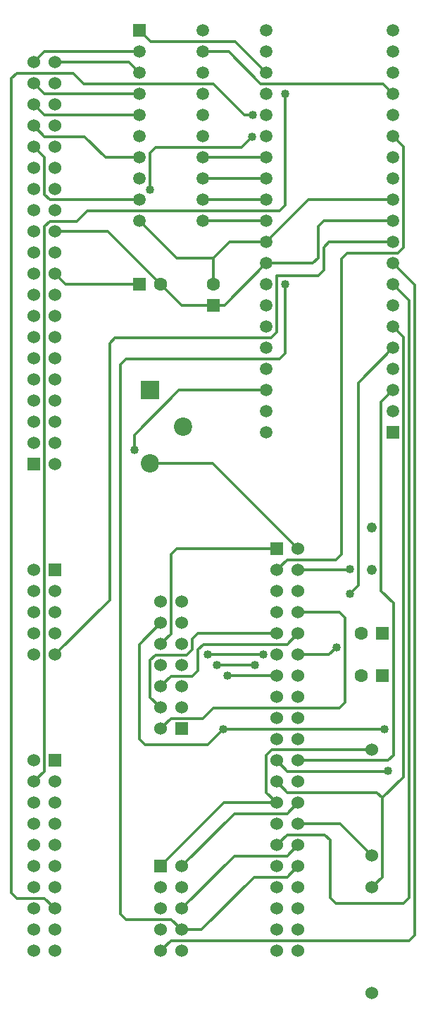
<source format=gbr>
G04 DipTrace 2.3.1.0*
%INVDG_Top.gbr*%
%MOIN*%
%ADD13C,0.013*%
%ADD14R,0.0591X0.0591*%
%ADD15C,0.0591*%
%ADD16C,0.06*%
%ADD17R,0.06X0.06*%
%ADD18C,0.048*%
%ADD19C,0.063*%
%ADD20R,0.063X0.063*%
%ADD21C,0.06*%
%ADD22R,0.0866X0.0866*%
%ADD23C,0.0866*%
%ADD24C,0.04*%
%FSLAX44Y44*%
G04*
G70*
G90*
G75*
G01*
%LNTop*%
%LPD*%
X5437Y49937D2*
D13*
X5937Y50437D1*
X10437D1*
X6437Y49937D2*
X9937D1*
X10437Y49437D1*
X5437Y48937D2*
X5937Y48437D1*
X10437D1*
X5437Y47937D2*
X5937Y47437D1*
X10437D1*
X5437Y46937D2*
X5942Y46432D1*
X7838D1*
X8833Y45437D1*
X10437D1*
X5437Y45937D2*
X5932Y45442D1*
Y43697D1*
X6192Y43437D1*
X10437D1*
X16293Y21941D2*
X13662D1*
X19769Y22298D2*
X19407Y21937D1*
X17937D1*
X14604Y20967D2*
X14634Y20937D1*
X16937D1*
X15904Y21454D2*
X14085D1*
X16437Y45437D2*
X13429D1*
X16437Y44437D2*
X14439D1*
X13429D1*
X16437Y43437D2*
X14439D1*
X13429D1*
X16437Y42437D2*
X13429D1*
Y50437D2*
X14656D1*
X16166Y48927D1*
X21947D1*
X22437Y48437D1*
X10437Y51437D2*
X10947Y50927D1*
X14947D1*
X16437Y49437D1*
X10937Y30996D2*
X13878D1*
X17937Y26937D1*
X12437Y11937D2*
X14932Y14432D1*
X17432D1*
X17937Y14937D1*
X10437Y42437D2*
X12187Y40687D1*
X13937D1*
X14687Y41437D1*
X16437D1*
X10437Y39437D2*
X6937D1*
X6437Y39937D1*
X13937Y40687D2*
Y39437D1*
X16437Y41437D2*
X18437Y43437D1*
X22437D1*
X11437Y22437D2*
X11932Y22932D1*
Y26677D1*
X12192Y26937D1*
X16937D1*
X21437Y17437D2*
X16702D1*
X16442Y17177D1*
Y15432D1*
X16937Y14937D1*
X22437Y42437D2*
X19146D1*
X18886Y42177D1*
Y40697D1*
X18626Y40437D1*
X16437D1*
X16937Y14937D2*
X14437D1*
X11437Y11937D1*
Y39437D2*
X8937Y41937D1*
X6437D1*
X13937Y38437D2*
X12437D1*
X11437Y39437D1*
X16437Y40437D2*
X14447Y38447D1*
Y38437D1*
X13937D1*
X6437Y21937D2*
X9013Y24513D1*
Y36667D1*
X9272Y36927D1*
X16667D1*
X16927Y37187D1*
Y39843D1*
X18886D1*
X19146Y40103D1*
Y41177D1*
X19406Y41437D1*
X22437D1*
X17333Y48445D2*
Y43187D1*
X17073Y42927D1*
X7971D1*
X7476Y42432D1*
X6192D1*
X5932Y42172D1*
Y16432D1*
X5437Y15937D1*
X15806Y47438D2*
X15408D1*
X13919Y48927D1*
X7805D1*
X7301Y49432D1*
X4632D1*
X4372Y49172D1*
Y10692D1*
X4632Y10432D1*
X5942D1*
X6437Y9937D1*
X22437Y46437D2*
X22927Y45947D1*
Y41187D1*
X22667Y40927D1*
X20261D1*
X20001Y40667D1*
Y26692D1*
X19741Y26432D1*
X17432D1*
X16937Y25937D1*
X20386Y25969D2*
X20354Y25937D1*
X17937D1*
X11437Y18437D2*
X11932Y18932D1*
X13440D1*
X13940Y19432D1*
X19904D1*
X20164Y19692D1*
Y23677D1*
X19904Y23937D1*
X17937D1*
X10187Y31620D2*
Y32315D1*
X12309Y34437D1*
X16437D1*
X16937Y22937D2*
X13192D1*
X12932Y22677D1*
Y22192D1*
X12672Y21932D1*
X11202D1*
X10942Y21672D1*
Y19932D1*
X11437Y19437D1*
X17937Y22937D2*
X17432Y22432D1*
X13452D1*
X13192Y22172D1*
Y21192D1*
X12932Y20932D1*
X11932D1*
X11437Y20437D1*
X22437Y34437D2*
X21872Y33872D1*
Y24967D1*
X22447Y24392D1*
Y17197D1*
X22187Y16937D1*
X17937D1*
X22205Y16452D2*
X22185Y16432D1*
X17442D1*
X16937Y16937D1*
X20386Y24832D2*
X20781Y25227D1*
Y34781D1*
X22437Y36437D1*
X16937Y15937D2*
X17442Y15432D1*
X21672D1*
X21932Y15172D1*
X22927Y16167D1*
Y36947D1*
X22437Y37437D1*
X21932Y15172D2*
Y11432D1*
X21437Y10937D1*
X22042Y18433D2*
X14409D1*
X17937Y13937D2*
X19937D1*
X21437Y12437D1*
X14409Y18433D2*
X13659Y17682D1*
X10682D1*
X10422Y17942D1*
Y22422D1*
X11437Y23437D1*
X16937Y12937D2*
X17432Y13432D1*
X19191D1*
X19451Y13172D1*
Y10442D1*
X19710Y10182D1*
X22927D1*
X23187Y10442D1*
Y38687D1*
X22437Y39437D1*
X11437Y7937D2*
X11932Y8432D1*
X23187D1*
X23447Y8692D1*
Y39427D1*
X22437Y40437D1*
X17937Y12937D2*
X17432Y12432D1*
X14932D1*
X12437Y9937D1*
X17937Y11937D2*
X17432Y11432D1*
X15847D1*
X13352Y8937D1*
X12437D1*
X11942Y9432D1*
X9792D1*
X9532Y9692D1*
Y35667D1*
X9792Y35927D1*
X17073D1*
X17333Y36187D1*
Y39448D1*
X15774Y46431D2*
X15270Y45927D1*
X11187D1*
X10927Y45667D1*
Y43937D1*
D24*
X13662Y21941D3*
X16293D3*
X19769Y22298D3*
X14604Y20967D3*
X14085Y21454D3*
X15904D3*
X17333Y48445D3*
X15806Y47438D3*
X20386Y25969D3*
X10187Y31620D3*
X22205Y16452D3*
X20386Y24832D3*
X22042Y18433D3*
X14409D3*
X17333Y39448D3*
X10934Y43930D3*
X15774Y46431D3*
D14*
X22437Y32437D3*
D15*
Y33437D3*
Y34437D3*
Y35437D3*
Y36437D3*
Y37437D3*
Y38437D3*
Y39437D3*
Y40437D3*
Y41437D3*
Y42437D3*
Y43437D3*
Y44437D3*
Y45437D3*
Y46437D3*
Y47437D3*
Y48437D3*
Y49437D3*
Y50437D3*
Y51437D3*
X16437D3*
Y50437D3*
Y49437D3*
Y48437D3*
Y47437D3*
Y46437D3*
Y45437D3*
Y44437D3*
Y43437D3*
Y42437D3*
Y41437D3*
Y40437D3*
Y39437D3*
Y38437D3*
Y37437D3*
Y36437D3*
Y35437D3*
Y34437D3*
Y33437D3*
Y32437D3*
D14*
X10437Y51437D3*
D15*
Y50437D3*
Y49437D3*
Y48437D3*
Y47437D3*
Y46437D3*
Y45437D3*
Y44437D3*
Y43437D3*
Y42437D3*
X13429Y51437D3*
Y50437D3*
Y49437D3*
Y48437D3*
Y47437D3*
Y46437D3*
Y45437D3*
Y44437D3*
Y43437D3*
Y42437D3*
D16*
X16937Y7937D3*
Y8937D3*
Y9937D3*
Y10937D3*
Y11937D3*
Y12937D3*
Y13937D3*
Y14937D3*
Y15937D3*
Y16937D3*
Y17937D3*
Y18937D3*
Y19937D3*
Y20937D3*
Y21937D3*
Y22937D3*
Y23937D3*
Y24937D3*
Y25937D3*
D17*
Y26937D3*
D16*
X17937D3*
Y25937D3*
Y24937D3*
Y23937D3*
Y22937D3*
Y21937D3*
Y20937D3*
Y19937D3*
Y18937D3*
Y17937D3*
Y16937D3*
Y15937D3*
Y14937D3*
Y13937D3*
Y12937D3*
Y11937D3*
Y10937D3*
Y9937D3*
Y8937D3*
Y7937D3*
X5437Y49937D3*
Y48937D3*
Y47937D3*
Y46937D3*
Y45937D3*
Y44937D3*
Y43937D3*
Y42937D3*
Y41937D3*
Y40937D3*
Y39937D3*
Y38937D3*
Y37937D3*
Y36937D3*
Y35937D3*
Y34937D3*
Y33937D3*
Y32937D3*
Y31937D3*
D17*
Y30937D3*
D16*
X6437D3*
Y31937D3*
Y32937D3*
Y33937D3*
Y34937D3*
Y35937D3*
Y36937D3*
Y37937D3*
Y38937D3*
Y39937D3*
Y40937D3*
Y41937D3*
Y42937D3*
Y43937D3*
Y44937D3*
Y45937D3*
Y46937D3*
Y47937D3*
Y48937D3*
Y49937D3*
X5437Y21937D3*
X6437D3*
Y22937D3*
X5437D3*
X6437Y23937D3*
X5437D3*
X6437Y24937D3*
X5437D3*
Y25937D3*
D17*
X6437D3*
Y16937D3*
D16*
Y15937D3*
Y14937D3*
Y13937D3*
Y12937D3*
Y11937D3*
Y10937D3*
Y9937D3*
Y8937D3*
Y7937D3*
X5437D3*
Y8937D3*
Y9937D3*
Y10937D3*
Y11937D3*
Y12937D3*
Y13937D3*
Y14937D3*
Y15937D3*
Y16937D3*
D18*
X21437Y27937D3*
Y25937D3*
D19*
X20937Y20937D3*
D20*
X21937D3*
D19*
X20937Y22937D3*
D20*
X21937D3*
D19*
X11437Y39437D3*
D20*
X10437D3*
D19*
X13937D3*
D20*
Y38437D3*
D17*
X12437Y18437D3*
D16*
Y19437D3*
Y20437D3*
Y21437D3*
Y22437D3*
Y23437D3*
Y24437D3*
X11437D3*
Y23437D3*
Y22437D3*
Y21437D3*
Y20437D3*
Y19437D3*
Y18437D3*
X12437Y7937D3*
X11437D3*
Y8937D3*
X12437D3*
X11437Y9937D3*
X12437D3*
X11437Y10937D3*
X12437D3*
Y11937D3*
D17*
X11437D3*
D16*
X21437Y12437D3*
D21*
Y17437D3*
D16*
Y5937D3*
D21*
Y10937D3*
D22*
X10937Y34437D3*
D23*
X12496Y32717D3*
X10937Y30996D3*
M02*

</source>
